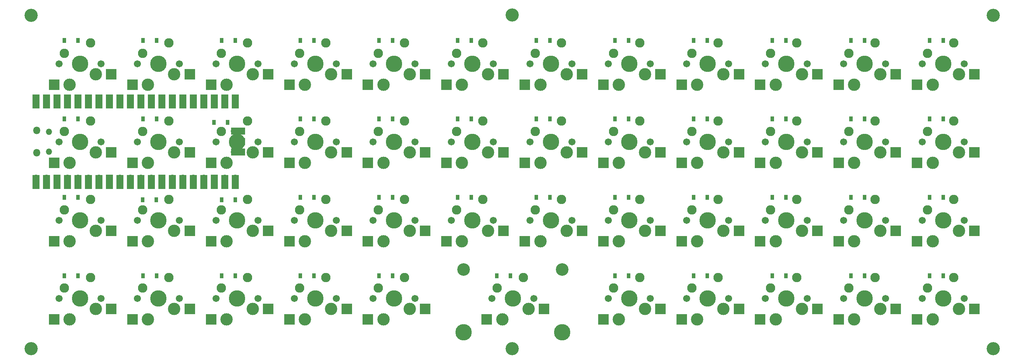
<source format=gbr>
%TF.GenerationSoftware,KiCad,Pcbnew,(6.0.11)*%
%TF.CreationDate,2023-04-14T22:13:07-06:00*%
%TF.ProjectId,JL Planck,4a4c2050-6c61-46e6-936b-2e6b69636164,rev?*%
%TF.SameCoordinates,Original*%
%TF.FileFunction,Soldermask,Bot*%
%TF.FilePolarity,Negative*%
%FSLAX46Y46*%
G04 Gerber Fmt 4.6, Leading zero omitted, Abs format (unit mm)*
G04 Created by KiCad (PCBNEW (6.0.11)) date 2023-04-14 22:13:07*
%MOMM*%
%LPD*%
G01*
G04 APERTURE LIST*
%ADD10C,3.048000*%
%ADD11C,3.987800*%
%ADD12R,2.550000X2.500000*%
%ADD13C,2.286000*%
%ADD14C,1.701800*%
%ADD15C,3.000000*%
%ADD16C,3.200000*%
%ADD17R,0.900000X1.200000*%
%ADD18R,3.500000X1.700000*%
%ADD19O,1.700000X1.700000*%
%ADD20R,1.700000X1.700000*%
%ADD21R,1.700000X3.500000*%
%ADD22O,1.800000X1.800000*%
%ADD23O,1.500000X1.500000*%
G04 APERTURE END LIST*
D10*
%TO.C,J1*%
X162113681Y-111464249D03*
X185989681Y-111464249D03*
D11*
X162113681Y-126674249D03*
X185989681Y-126674249D03*
%TD*%
D12*
%TO.C,SW26*%
X95836681Y-101989249D03*
D13*
X84466681Y-96909249D03*
X90816681Y-94369249D03*
D12*
X81986681Y-104529249D03*
D14*
X83196681Y-99449249D03*
X93356681Y-99449249D03*
D15*
X85736681Y-104529249D03*
D11*
X88276681Y-99449249D03*
D15*
X92086681Y-101989249D03*
%TD*%
D13*
%TO.C,SW25*%
X65466681Y-96909249D03*
D12*
X76836681Y-101989249D03*
D13*
X71816681Y-94369249D03*
D12*
X62986681Y-104529249D03*
D15*
X66736681Y-104529249D03*
D14*
X64196681Y-99449249D03*
D11*
X69276681Y-99449249D03*
D14*
X74356681Y-99449249D03*
D15*
X73086681Y-101989249D03*
%TD*%
D13*
%TO.C,SW18*%
X160466681Y-77909249D03*
D12*
X171836681Y-82989249D03*
D13*
X166816681Y-75369249D03*
D12*
X157986681Y-85529249D03*
D15*
X161736681Y-85529249D03*
D14*
X159196681Y-80449249D03*
D15*
X168086681Y-82989249D03*
D14*
X169356681Y-80449249D03*
D11*
X164276681Y-80449249D03*
%TD*%
D13*
%TO.C,SW44*%
X217466681Y-115909249D03*
D12*
X228836681Y-120989249D03*
D13*
X223816681Y-113369249D03*
D12*
X214986681Y-123529249D03*
D14*
X216196681Y-118449249D03*
D15*
X218736681Y-123529249D03*
D14*
X226356681Y-118449249D03*
D15*
X225086681Y-120989249D03*
D11*
X221276681Y-118449249D03*
%TD*%
%TO.C,SW14*%
X88276681Y-80449249D03*
D15*
X92086681Y-82989249D03*
X85736681Y-85529249D03*
D14*
X83196681Y-80449249D03*
X93356681Y-80449249D03*
D13*
X90816681Y-75369249D03*
D12*
X81986681Y-85529249D03*
X95836681Y-82989249D03*
D13*
X84466681Y-77909249D03*
%TD*%
D12*
%TO.C,SW29*%
X152836681Y-101989249D03*
D13*
X141466681Y-96909249D03*
D12*
X138986681Y-104529249D03*
D13*
X147816681Y-94369249D03*
D14*
X150356681Y-99449249D03*
X140196681Y-99449249D03*
D15*
X142736681Y-104529249D03*
X149086681Y-101989249D03*
D11*
X145276681Y-99449249D03*
%TD*%
D13*
%TO.C,SW20*%
X198466681Y-77909249D03*
D12*
X209836681Y-82989249D03*
D13*
X204816681Y-75369249D03*
D12*
X195986681Y-85529249D03*
D11*
X202276681Y-80449249D03*
D14*
X207356681Y-80449249D03*
D15*
X199736681Y-85529249D03*
D14*
X197196681Y-80449249D03*
D15*
X206086681Y-82989249D03*
%TD*%
D16*
%TO.C,H4*%
X57389481Y-49663649D03*
%TD*%
D12*
%TO.C,SW23*%
X266836681Y-82989249D03*
D13*
X255466681Y-77909249D03*
X261816681Y-75369249D03*
D12*
X252986681Y-85529249D03*
D15*
X256736681Y-85529249D03*
D11*
X259276681Y-80449249D03*
D14*
X254196681Y-80449249D03*
X264356681Y-80449249D03*
D15*
X263086681Y-82989249D03*
%TD*%
D12*
%TO.C,SW16*%
X133836681Y-82989249D03*
D13*
X122466681Y-77909249D03*
D12*
X119986681Y-85529249D03*
D13*
X128816681Y-75369249D03*
D15*
X130086681Y-82989249D03*
D11*
X126276681Y-80449249D03*
D14*
X131356681Y-80449249D03*
X121196681Y-80449249D03*
D15*
X123736681Y-85529249D03*
%TD*%
D12*
%TO.C,SW30*%
X171836681Y-101989249D03*
D13*
X160466681Y-96909249D03*
X166816681Y-94369249D03*
D12*
X157986681Y-104529249D03*
D11*
X164276681Y-99449249D03*
D14*
X169356681Y-99449249D03*
D15*
X161736681Y-104529249D03*
D14*
X159196681Y-99449249D03*
D15*
X168086681Y-101989249D03*
%TD*%
D12*
%TO.C,SW36*%
X285836681Y-101989249D03*
D13*
X274466681Y-96909249D03*
X280816681Y-94369249D03*
D12*
X271986681Y-104529249D03*
D14*
X273196681Y-99449249D03*
X283356681Y-99449249D03*
D15*
X275736681Y-104529249D03*
X282086681Y-101989249D03*
D11*
X278276681Y-99449249D03*
%TD*%
D13*
%TO.C,SW42*%
X170241681Y-115909249D03*
D12*
X181611681Y-120989249D03*
D13*
X176591681Y-113369249D03*
D12*
X167761681Y-123529249D03*
D15*
X171511681Y-123529249D03*
D14*
X168971681Y-118449249D03*
D11*
X174051681Y-118449249D03*
D15*
X177861681Y-120989249D03*
D14*
X179131681Y-118449249D03*
%TD*%
D12*
%TO.C,SW8*%
X209836681Y-63989249D03*
D13*
X198466681Y-58909249D03*
X204816681Y-56369249D03*
D12*
X195986681Y-66529249D03*
D11*
X202276681Y-61449249D03*
D14*
X207356681Y-61449249D03*
D15*
X199736681Y-66529249D03*
D14*
X197196681Y-61449249D03*
D15*
X206086681Y-63989249D03*
%TD*%
D12*
%TO.C,SW37*%
X76836681Y-120989249D03*
D13*
X65466681Y-115909249D03*
D12*
X62986681Y-123529249D03*
D13*
X71816681Y-113369249D03*
D15*
X66736681Y-123529249D03*
D14*
X64196681Y-118449249D03*
X74356681Y-118449249D03*
D11*
X69276681Y-118449249D03*
D15*
X73086681Y-120989249D03*
%TD*%
D13*
%TO.C,SW39*%
X103466681Y-115909249D03*
D12*
X114836681Y-120989249D03*
D13*
X109816681Y-113369249D03*
D12*
X100986681Y-123529249D03*
D11*
X107276681Y-118449249D03*
D15*
X111086681Y-120989249D03*
D14*
X112356681Y-118449249D03*
X102196681Y-118449249D03*
D15*
X104736681Y-123529249D03*
%TD*%
D12*
%TO.C,SW34*%
X247836681Y-101989249D03*
D13*
X236466681Y-96909249D03*
D12*
X233986681Y-104529249D03*
D13*
X242816681Y-94369249D03*
D14*
X235196681Y-99449249D03*
D15*
X237736681Y-104529249D03*
D14*
X245356681Y-99449249D03*
D15*
X244086681Y-101989249D03*
D11*
X240276681Y-99449249D03*
%TD*%
D13*
%TO.C,SW31*%
X179466681Y-96909249D03*
D12*
X190836681Y-101989249D03*
D13*
X185816681Y-94369249D03*
D12*
X176986681Y-104529249D03*
D14*
X188356681Y-99449249D03*
D11*
X183276681Y-99449249D03*
D15*
X180736681Y-104529249D03*
D14*
X178196681Y-99449249D03*
D15*
X187086681Y-101989249D03*
%TD*%
D13*
%TO.C,SW40*%
X122466681Y-115909249D03*
D12*
X133836681Y-120989249D03*
D13*
X128816681Y-113369249D03*
D12*
X119986681Y-123529249D03*
D11*
X126276681Y-118449249D03*
D15*
X123736681Y-123529249D03*
X130086681Y-120989249D03*
D14*
X121196681Y-118449249D03*
X131356681Y-118449249D03*
%TD*%
D13*
%TO.C,SW35*%
X255466681Y-96909249D03*
D12*
X266836681Y-101989249D03*
D13*
X261816681Y-94369249D03*
D12*
X252986681Y-104529249D03*
D14*
X264356681Y-99449249D03*
D15*
X256736681Y-104529249D03*
X263086681Y-101989249D03*
D11*
X259276681Y-99449249D03*
D14*
X254196681Y-99449249D03*
%TD*%
D12*
%TO.C,SW38*%
X95836681Y-120989249D03*
D13*
X84466681Y-115909249D03*
D12*
X81986681Y-123529249D03*
D13*
X90816681Y-113369249D03*
D14*
X83196681Y-118449249D03*
X93356681Y-118449249D03*
D11*
X88276681Y-118449249D03*
D15*
X92086681Y-120989249D03*
X85736681Y-123529249D03*
%TD*%
D16*
%TO.C,H6*%
X57389481Y-130664249D03*
%TD*%
D12*
%TO.C,SW10*%
X247836681Y-63989249D03*
D13*
X236466681Y-58909249D03*
X242816681Y-56369249D03*
D12*
X233986681Y-66529249D03*
D11*
X240276681Y-61449249D03*
D14*
X235196681Y-61449249D03*
D15*
X237736681Y-66529249D03*
X244086681Y-63989249D03*
D14*
X245356681Y-61449249D03*
%TD*%
D12*
%TO.C,SW12*%
X285836681Y-63989249D03*
D13*
X274466681Y-58909249D03*
D12*
X271986681Y-66529249D03*
D13*
X280816681Y-56369249D03*
D15*
X282086681Y-63989249D03*
D14*
X283356681Y-61449249D03*
X273196681Y-61449249D03*
D11*
X278276681Y-61449249D03*
D15*
X275736681Y-66529249D03*
%TD*%
D12*
%TO.C,SW22*%
X247836681Y-82989249D03*
D13*
X236466681Y-77909249D03*
X242816681Y-75369249D03*
D12*
X233986681Y-85529249D03*
D14*
X235196681Y-80449249D03*
D15*
X237736681Y-85529249D03*
D11*
X240276681Y-80449249D03*
D15*
X244086681Y-82989249D03*
D14*
X245356681Y-80449249D03*
%TD*%
D12*
%TO.C,SW6*%
X171836681Y-63989249D03*
D13*
X160466681Y-58909249D03*
X166816681Y-56369249D03*
D12*
X157986681Y-66529249D03*
D11*
X164276681Y-61449249D03*
D14*
X169356681Y-61449249D03*
D15*
X161736681Y-66529249D03*
X168086681Y-63989249D03*
D14*
X159196681Y-61449249D03*
%TD*%
D12*
%TO.C,SW41*%
X152836681Y-120989249D03*
D13*
X141466681Y-115909249D03*
X147816681Y-113369249D03*
D12*
X138986681Y-123529249D03*
D15*
X149086681Y-120989249D03*
D14*
X150356681Y-118449249D03*
X140196681Y-118449249D03*
D11*
X145276681Y-118449249D03*
D15*
X142736681Y-123529249D03*
%TD*%
D12*
%TO.C,SW15*%
X114836681Y-82989249D03*
D13*
X103466681Y-77909249D03*
D12*
X100986681Y-85529249D03*
D13*
X109816681Y-75369249D03*
D15*
X111086681Y-82989249D03*
D14*
X112356681Y-80449249D03*
D11*
X107276681Y-80449249D03*
D14*
X102196681Y-80449249D03*
D15*
X104736681Y-85529249D03*
%TD*%
D12*
%TO.C,SW1*%
X76836681Y-63989249D03*
D13*
X65466681Y-58909249D03*
D12*
X62986681Y-66529249D03*
D13*
X71816681Y-56369249D03*
D15*
X73086681Y-63989249D03*
X66736681Y-66529249D03*
D14*
X74356681Y-61449249D03*
X64196681Y-61449249D03*
D11*
X69276681Y-61449249D03*
%TD*%
D13*
%TO.C,SW13*%
X65466681Y-77909249D03*
D12*
X76836681Y-82989249D03*
D13*
X71816681Y-75369249D03*
D12*
X62986681Y-85529249D03*
D14*
X74356681Y-80449249D03*
D15*
X66736681Y-85529249D03*
D14*
X64196681Y-80449249D03*
D15*
X73086681Y-82989249D03*
D11*
X69276681Y-80449249D03*
%TD*%
D12*
%TO.C,SW24*%
X285836681Y-82989249D03*
D13*
X274466681Y-77909249D03*
D12*
X271986681Y-85529249D03*
D13*
X280816681Y-75369249D03*
D15*
X282086681Y-82989249D03*
D14*
X283356681Y-80449249D03*
D11*
X278276681Y-80449249D03*
D14*
X273196681Y-80449249D03*
D15*
X275736681Y-85529249D03*
%TD*%
D12*
%TO.C,SW17*%
X152836681Y-82989249D03*
D13*
X141466681Y-77909249D03*
X147816681Y-75369249D03*
D12*
X138986681Y-85529249D03*
D15*
X142736681Y-85529249D03*
D11*
X145276681Y-80449249D03*
D14*
X150356681Y-80449249D03*
X140196681Y-80449249D03*
D15*
X149086681Y-82989249D03*
%TD*%
D13*
%TO.C,SW32*%
X198466681Y-96909249D03*
D12*
X209836681Y-101989249D03*
X195986681Y-104529249D03*
D13*
X204816681Y-94369249D03*
D11*
X202276681Y-99449249D03*
D14*
X207356681Y-99449249D03*
X197196681Y-99449249D03*
D15*
X199736681Y-104529249D03*
X206086681Y-101989249D03*
%TD*%
D13*
%TO.C,SW7*%
X179466681Y-58909249D03*
D12*
X190836681Y-63989249D03*
X176986681Y-66529249D03*
D13*
X185816681Y-56369249D03*
D14*
X178196681Y-61449249D03*
D15*
X187086681Y-63989249D03*
X180736681Y-66529249D03*
D14*
X188356681Y-61449249D03*
D11*
X183276681Y-61449249D03*
%TD*%
D12*
%TO.C,SW3*%
X114836681Y-63989249D03*
D13*
X103466681Y-58909249D03*
X109816681Y-56369249D03*
D12*
X100986681Y-66529249D03*
D11*
X107276681Y-61449249D03*
D14*
X102196681Y-61449249D03*
X112356681Y-61449249D03*
D15*
X104736681Y-66529249D03*
X111086681Y-63989249D03*
%TD*%
D13*
%TO.C,SW27*%
X103466681Y-96909249D03*
D12*
X114836681Y-101989249D03*
X100986681Y-104529249D03*
D13*
X109816681Y-94369249D03*
D15*
X111086681Y-101989249D03*
X104736681Y-104529249D03*
D11*
X107276681Y-99449249D03*
D14*
X112356681Y-99449249D03*
X102196681Y-99449249D03*
%TD*%
D12*
%TO.C,SW21*%
X228836681Y-82989249D03*
D13*
X217466681Y-77909249D03*
X223816681Y-75369249D03*
D12*
X214986681Y-85529249D03*
D11*
X221276681Y-80449249D03*
D15*
X225086681Y-82989249D03*
D14*
X226356681Y-80449249D03*
X216196681Y-80449249D03*
D15*
X218736681Y-85529249D03*
%TD*%
D16*
%TO.C,H2*%
X173899281Y-130638849D03*
%TD*%
D13*
%TO.C,SW5*%
X141466681Y-58909249D03*
D12*
X152836681Y-63989249D03*
D13*
X147816681Y-56369249D03*
D12*
X138986681Y-66529249D03*
D15*
X149086681Y-63989249D03*
D14*
X140196681Y-61449249D03*
X150356681Y-61449249D03*
D11*
X145276681Y-61449249D03*
D15*
X142736681Y-66529249D03*
%TD*%
D12*
%TO.C,SW28*%
X133836681Y-101989249D03*
D13*
X122466681Y-96909249D03*
D12*
X119986681Y-104529249D03*
D13*
X128816681Y-94369249D03*
D15*
X130086681Y-101989249D03*
X123736681Y-104529249D03*
D11*
X126276681Y-99449249D03*
D14*
X121196681Y-99449249D03*
X131356681Y-99449249D03*
%TD*%
D12*
%TO.C,SW19*%
X190836681Y-82989249D03*
D13*
X179466681Y-77909249D03*
D12*
X176986681Y-85529249D03*
D13*
X185816681Y-75369249D03*
D15*
X180736681Y-85529249D03*
X187086681Y-82989249D03*
D14*
X188356681Y-80449249D03*
X178196681Y-80449249D03*
D11*
X183276681Y-80449249D03*
%TD*%
D12*
%TO.C,SW43*%
X209836681Y-120989249D03*
D13*
X198466681Y-115909249D03*
D12*
X195986681Y-123529249D03*
D13*
X204816681Y-113369249D03*
D14*
X207356681Y-118449249D03*
D15*
X199736681Y-123529249D03*
D11*
X202276681Y-118449249D03*
D15*
X206086681Y-120989249D03*
D14*
X197196681Y-118449249D03*
%TD*%
D12*
%TO.C,SW46*%
X266836681Y-120989249D03*
D13*
X255466681Y-115909249D03*
D12*
X252986681Y-123529249D03*
D13*
X261816681Y-113369249D03*
D11*
X259276681Y-118449249D03*
D14*
X254196681Y-118449249D03*
D15*
X256736681Y-123529249D03*
X263086681Y-120989249D03*
D14*
X264356681Y-118449249D03*
%TD*%
D12*
%TO.C,SW47*%
X285836681Y-120989249D03*
D13*
X274466681Y-115909249D03*
X280816681Y-113369249D03*
D12*
X271986681Y-123529249D03*
D15*
X275736681Y-123529249D03*
X282086681Y-120989249D03*
D14*
X273196681Y-118449249D03*
D11*
X278276681Y-118449249D03*
D14*
X283356681Y-118449249D03*
%TD*%
D12*
%TO.C,SW33*%
X228836681Y-101989249D03*
D13*
X217466681Y-96909249D03*
X223816681Y-94369249D03*
D12*
X214986681Y-104529249D03*
D14*
X216196681Y-99449249D03*
D15*
X225086681Y-101989249D03*
D14*
X226356681Y-99449249D03*
D15*
X218736681Y-104529249D03*
D11*
X221276681Y-99449249D03*
%TD*%
D12*
%TO.C,SW45*%
X247836681Y-120989249D03*
D13*
X236466681Y-115909249D03*
D12*
X233986681Y-123529249D03*
D13*
X242816681Y-113369249D03*
D11*
X240276681Y-118449249D03*
D14*
X235196681Y-118449249D03*
D15*
X244086681Y-120989249D03*
D14*
X245356681Y-118449249D03*
D15*
X237736681Y-123529249D03*
%TD*%
D13*
%TO.C,SW9*%
X217466681Y-58909249D03*
D12*
X228836681Y-63989249D03*
D13*
X223816681Y-56369249D03*
D12*
X214986681Y-66529249D03*
D14*
X226356681Y-61449249D03*
D15*
X218736681Y-66529249D03*
D14*
X216196681Y-61449249D03*
D15*
X225086681Y-63989249D03*
D11*
X221276681Y-61449249D03*
%TD*%
D16*
%TO.C,H5*%
X290383681Y-130638849D03*
%TD*%
D13*
%TO.C,SW4*%
X122466681Y-58909249D03*
D12*
X133836681Y-63989249D03*
D13*
X128816681Y-56369249D03*
D12*
X119986681Y-66529249D03*
D14*
X131356681Y-61449249D03*
D15*
X130086681Y-63989249D03*
D14*
X121196681Y-61449249D03*
D11*
X126276681Y-61449249D03*
D15*
X123736681Y-66529249D03*
%TD*%
D12*
%TO.C,SW2*%
X95836681Y-63989249D03*
D13*
X84466681Y-58909249D03*
X90816681Y-56369249D03*
D12*
X81986681Y-66529249D03*
D11*
X88276681Y-61449249D03*
D14*
X93356681Y-61449249D03*
D15*
X85736681Y-66529249D03*
X92086681Y-63989249D03*
D14*
X83196681Y-61449249D03*
%TD*%
D12*
%TO.C,SW11*%
X266836681Y-63989249D03*
D13*
X255466681Y-58909249D03*
D12*
X252986681Y-66529249D03*
D13*
X261816681Y-56369249D03*
D14*
X254196681Y-61449249D03*
D11*
X259276681Y-61449249D03*
D15*
X256736681Y-66529249D03*
D14*
X264356681Y-61449249D03*
D15*
X263086681Y-63989249D03*
%TD*%
D16*
%TO.C,H3*%
X290383681Y-49663649D03*
%TD*%
%TO.C,H1*%
X173899281Y-49638249D03*
%TD*%
D17*
%TO.C,D18*%
X163996681Y-74809249D03*
X160696681Y-74809249D03*
%TD*%
%TO.C,D35*%
X259246681Y-93859249D03*
X255946681Y-93859249D03*
%TD*%
%TO.C,D1*%
X68746681Y-55759249D03*
X65446681Y-55759249D03*
%TD*%
%TO.C,D4*%
X125896681Y-55759249D03*
X122596681Y-55759249D03*
%TD*%
%TO.C,D27*%
X106846681Y-94469249D03*
X103546681Y-94469249D03*
%TD*%
%TO.C,D22*%
X240196681Y-74809249D03*
X236896681Y-74809249D03*
%TD*%
%TO.C,D44*%
X221146681Y-112909249D03*
X217846681Y-112909249D03*
%TD*%
%TO.C,D41*%
X144946681Y-112909249D03*
X141646681Y-112909249D03*
%TD*%
%TO.C,D30*%
X163996681Y-93859249D03*
X160696681Y-93859249D03*
%TD*%
%TO.C,D25*%
X68746681Y-93859249D03*
X65446681Y-93859249D03*
%TD*%
%TO.C,D24*%
X278296681Y-74809249D03*
X274996681Y-74809249D03*
%TD*%
%TO.C,D43*%
X202096681Y-112909249D03*
X198796681Y-112909249D03*
%TD*%
%TO.C,D39*%
X106846681Y-112909249D03*
X103546681Y-112909249D03*
%TD*%
%TO.C,D29*%
X144946681Y-93859249D03*
X141646681Y-93859249D03*
%TD*%
%TO.C,D33*%
X221146681Y-93859249D03*
X217846681Y-93859249D03*
%TD*%
%TO.C,D20*%
X202096681Y-74809249D03*
X198796681Y-74809249D03*
%TD*%
%TO.C,D19*%
X183046681Y-74809249D03*
X179746681Y-74809249D03*
%TD*%
%TO.C,D23*%
X259246681Y-74809249D03*
X255946681Y-74809249D03*
%TD*%
%TO.C,D2*%
X87796681Y-55759249D03*
X84496681Y-55759249D03*
%TD*%
%TO.C,D6*%
X163996681Y-55759249D03*
X160696681Y-55759249D03*
%TD*%
%TO.C,D13*%
X65446681Y-74809249D03*
X68746681Y-74809249D03*
%TD*%
%TO.C,D45*%
X240196681Y-112909249D03*
X236896681Y-112909249D03*
%TD*%
%TO.C,D28*%
X125896681Y-93859249D03*
X122596681Y-93859249D03*
%TD*%
%TO.C,D8*%
X202096681Y-55759249D03*
X198796681Y-55759249D03*
%TD*%
%TO.C,D7*%
X183046681Y-55759249D03*
X179746681Y-55759249D03*
%TD*%
%TO.C,D38*%
X87796681Y-112909249D03*
X84496681Y-112909249D03*
%TD*%
%TO.C,D32*%
X202096681Y-93859249D03*
X198796681Y-93859249D03*
%TD*%
%TO.C,D26*%
X87690681Y-94469249D03*
X84390681Y-94469249D03*
%TD*%
%TO.C,D42*%
X173521681Y-112909249D03*
X170221681Y-112909249D03*
%TD*%
%TO.C,D5*%
X144946681Y-55759249D03*
X141646681Y-55759249D03*
%TD*%
%TO.C,D15*%
X104962681Y-75673249D03*
X101662681Y-75673249D03*
%TD*%
%TO.C,D12*%
X278296681Y-55759249D03*
X274996681Y-55759249D03*
%TD*%
%TO.C,D40*%
X125896681Y-112909249D03*
X122596681Y-112909249D03*
%TD*%
%TO.C,D36*%
X278296681Y-93859249D03*
X274996681Y-93859249D03*
%TD*%
%TO.C,D11*%
X259246681Y-55759249D03*
X255946681Y-55759249D03*
%TD*%
%TO.C,D21*%
X221146681Y-74809249D03*
X217846681Y-74809249D03*
%TD*%
%TO.C,D47*%
X278296681Y-112909249D03*
X274996681Y-112909249D03*
%TD*%
%TO.C,D34*%
X240196681Y-93859249D03*
X236896681Y-93859249D03*
%TD*%
%TO.C,D37*%
X68746681Y-112909249D03*
X65446681Y-112909249D03*
%TD*%
%TO.C,D10*%
X240196681Y-55759249D03*
X236896681Y-55759249D03*
%TD*%
%TO.C,D14*%
X87796681Y-74809249D03*
X84496681Y-74809249D03*
%TD*%
D18*
%TO.C,U1*%
X107538681Y-82912249D03*
D19*
X106638681Y-82912249D03*
D18*
X107538681Y-80372249D03*
D20*
X106638681Y-80372249D03*
D18*
X107538681Y-77832249D03*
D19*
X106638681Y-77832249D03*
X58608681Y-89262249D03*
D21*
X58608681Y-90162249D03*
D19*
X61148681Y-89262249D03*
D21*
X61148681Y-90162249D03*
D20*
X63688681Y-89262249D03*
D21*
X63688681Y-90162249D03*
X66228681Y-90162249D03*
D19*
X66228681Y-89262249D03*
X68768681Y-89262249D03*
D21*
X68768681Y-90162249D03*
X71308681Y-90162249D03*
D19*
X71308681Y-89262249D03*
D21*
X73848681Y-90162249D03*
D19*
X73848681Y-89262249D03*
D20*
X76388681Y-89262249D03*
D21*
X76388681Y-90162249D03*
X78928681Y-90162249D03*
D19*
X78928681Y-89262249D03*
D21*
X81468681Y-90162249D03*
D19*
X81468681Y-89262249D03*
D21*
X84008681Y-90162249D03*
D19*
X84008681Y-89262249D03*
D21*
X86548681Y-90162249D03*
D19*
X86548681Y-89262249D03*
D21*
X89088681Y-90162249D03*
D20*
X89088681Y-89262249D03*
D21*
X91628681Y-90162249D03*
D19*
X91628681Y-89262249D03*
D21*
X94168681Y-90162249D03*
D19*
X94168681Y-89262249D03*
D21*
X96708681Y-90162249D03*
D19*
X96708681Y-89262249D03*
X99248681Y-89262249D03*
D21*
X99248681Y-90162249D03*
X101788681Y-90162249D03*
D20*
X101788681Y-89262249D03*
D21*
X104328681Y-90162249D03*
D19*
X104328681Y-89262249D03*
X106868681Y-89262249D03*
D21*
X106868681Y-90162249D03*
X106868681Y-70582249D03*
D19*
X106868681Y-71482249D03*
D21*
X104328681Y-70582249D03*
D19*
X104328681Y-71482249D03*
D20*
X101788681Y-71482249D03*
D21*
X101788681Y-70582249D03*
X99248681Y-70582249D03*
D19*
X99248681Y-71482249D03*
X96708681Y-71482249D03*
D21*
X96708681Y-70582249D03*
D19*
X94168681Y-71482249D03*
D21*
X94168681Y-70582249D03*
X91628681Y-70582249D03*
D19*
X91628681Y-71482249D03*
D20*
X89088681Y-71482249D03*
D21*
X89088681Y-70582249D03*
X86548681Y-70582249D03*
D19*
X86548681Y-71482249D03*
D21*
X84008681Y-70582249D03*
D19*
X84008681Y-71482249D03*
X81468681Y-71482249D03*
D21*
X81468681Y-70582249D03*
D19*
X78928681Y-71482249D03*
D21*
X78928681Y-70582249D03*
D20*
X76388681Y-71482249D03*
D21*
X76388681Y-70582249D03*
D19*
X73848681Y-71482249D03*
D21*
X73848681Y-70582249D03*
X71308681Y-70582249D03*
D19*
X71308681Y-71482249D03*
D21*
X68768681Y-70582249D03*
D19*
X68768681Y-71482249D03*
D21*
X66228681Y-70582249D03*
D19*
X66228681Y-71482249D03*
D20*
X63688681Y-71482249D03*
D21*
X63688681Y-70582249D03*
X61148681Y-70582249D03*
D19*
X61148681Y-71482249D03*
D21*
X58608681Y-70582249D03*
D19*
X58608681Y-71482249D03*
D22*
X58738681Y-83097249D03*
X58738681Y-77647249D03*
D23*
X61768681Y-82797249D03*
X61768681Y-77947249D03*
%TD*%
D17*
%TO.C,D46*%
X259246681Y-112909249D03*
X255946681Y-112909249D03*
%TD*%
%TO.C,D31*%
X183046681Y-93859249D03*
X179746681Y-93859249D03*
%TD*%
%TO.C,D17*%
X144946681Y-74809249D03*
X141646681Y-74809249D03*
%TD*%
%TO.C,D9*%
X221146681Y-55759249D03*
X217846681Y-55759249D03*
%TD*%
%TO.C,D3*%
X106846681Y-55759249D03*
X103546681Y-55759249D03*
%TD*%
%TO.C,D16*%
X125896681Y-74809249D03*
X122596681Y-74809249D03*
%TD*%
M02*

</source>
